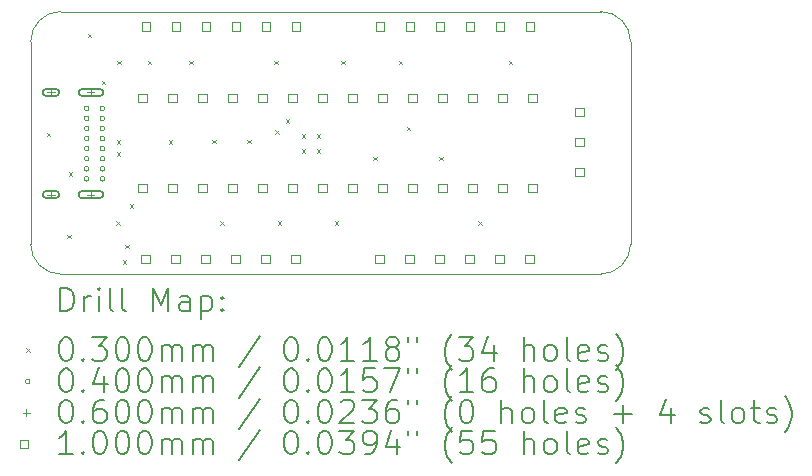
<source format=gbr>
%TF.GenerationSoftware,KiCad,Pcbnew,(6.0.7)*%
%TF.CreationDate,2022-12-19T16:29:39-08:00*%
%TF.ProjectId,Intermediary_revC_4layer,496e7465-726d-4656-9469-6172795f7265,rev?*%
%TF.SameCoordinates,Original*%
%TF.FileFunction,Drillmap*%
%TF.FilePolarity,Positive*%
%FSLAX45Y45*%
G04 Gerber Fmt 4.5, Leading zero omitted, Abs format (unit mm)*
G04 Created by KiCad (PCBNEW (6.0.7)) date 2022-12-19 16:29:39*
%MOMM*%
%LPD*%
G01*
G04 APERTURE LIST*
%ADD10C,0.100000*%
%ADD11C,0.200000*%
%ADD12C,0.030000*%
%ADD13C,0.040000*%
%ADD14C,0.060000*%
G04 APERTURE END LIST*
D10*
X16764000Y-10604500D02*
G75*
G03*
X17018000Y-10350500I0J254000D01*
G01*
X12192000Y-8382000D02*
G75*
G03*
X11938000Y-8636000I0J-254000D01*
G01*
X12192000Y-8382000D02*
X16764000Y-8382000D01*
X17018000Y-8636000D02*
G75*
G03*
X16764000Y-8382000I-254000J0D01*
G01*
X11938000Y-10350500D02*
X11938000Y-8636000D01*
X16764000Y-10604500D02*
X12192000Y-10604500D01*
X11938000Y-10350500D02*
G75*
G03*
X12192000Y-10604500I254000J0D01*
G01*
X17018000Y-8636000D02*
X17018000Y-10350500D01*
D11*
D12*
X12075400Y-9408400D02*
X12105400Y-9438400D01*
X12105400Y-9408400D02*
X12075400Y-9438400D01*
X12247520Y-10270060D02*
X12277520Y-10300060D01*
X12277520Y-10270060D02*
X12247520Y-10300060D01*
X12260830Y-9743670D02*
X12290830Y-9773670D01*
X12290830Y-9743670D02*
X12260830Y-9773670D01*
X12423380Y-8570200D02*
X12453380Y-8600200D01*
X12453380Y-8570200D02*
X12423380Y-8600200D01*
X12540220Y-8966440D02*
X12570220Y-8996440D01*
X12570220Y-8966440D02*
X12540220Y-8996440D01*
X12665070Y-10157693D02*
X12695070Y-10187693D01*
X12695070Y-10157693D02*
X12665070Y-10187693D01*
X12665258Y-9573865D02*
X12695258Y-9603865D01*
X12695258Y-9573865D02*
X12665258Y-9603865D01*
X12667620Y-9471900D02*
X12697620Y-9501900D01*
X12697620Y-9471900D02*
X12667620Y-9501900D01*
X12672300Y-8798800D02*
X12702300Y-8828800D01*
X12702300Y-8798800D02*
X12672300Y-8828800D01*
X12717970Y-10487900D02*
X12747970Y-10517900D01*
X12747970Y-10487900D02*
X12717970Y-10517900D01*
X12739162Y-10356642D02*
X12769162Y-10386642D01*
X12769162Y-10356642D02*
X12739162Y-10386642D01*
X12776440Y-10015460D02*
X12806440Y-10045460D01*
X12806440Y-10015460D02*
X12776440Y-10045460D01*
X12928840Y-8798800D02*
X12958840Y-8828800D01*
X12958840Y-8798800D02*
X12928840Y-8828800D01*
X13107040Y-9471500D02*
X13137040Y-9501500D01*
X13137040Y-9471500D02*
X13107040Y-9501500D01*
X13281900Y-8798800D02*
X13311900Y-8828800D01*
X13311900Y-8798800D02*
X13281900Y-8828800D01*
X13477300Y-9467000D02*
X13507300Y-9497000D01*
X13507300Y-9467000D02*
X13477300Y-9497000D01*
X13543520Y-10157700D02*
X13573520Y-10187700D01*
X13573520Y-10157700D02*
X13543520Y-10187700D01*
X13772120Y-9466820D02*
X13802120Y-9496820D01*
X13802120Y-9466820D02*
X13772120Y-9496820D01*
X14000720Y-8798800D02*
X14030720Y-8828800D01*
X14030720Y-8798800D02*
X14000720Y-8828800D01*
X14008340Y-9385540D02*
X14038340Y-9415540D01*
X14038340Y-9385540D02*
X14008340Y-9415540D01*
X14028660Y-10157700D02*
X14058660Y-10187700D01*
X14058660Y-10157700D02*
X14028660Y-10187700D01*
X14099780Y-9291560D02*
X14129780Y-9321560D01*
X14129780Y-9291560D02*
X14099780Y-9321560D01*
X14234400Y-9421100D02*
X14264400Y-9451100D01*
X14264400Y-9421100D02*
X14234400Y-9451100D01*
X14234400Y-9548100D02*
X14264400Y-9578100D01*
X14264400Y-9548100D02*
X14234400Y-9578100D01*
X14361400Y-9421100D02*
X14391400Y-9451100D01*
X14391400Y-9421100D02*
X14361400Y-9451100D01*
X14361400Y-9548100D02*
X14391400Y-9578100D01*
X14391400Y-9548100D02*
X14361400Y-9578100D01*
X14513800Y-10155160D02*
X14543800Y-10185160D01*
X14543800Y-10155160D02*
X14513800Y-10185160D01*
X14569680Y-8798800D02*
X14599680Y-8828800D01*
X14599680Y-8798800D02*
X14569680Y-8828800D01*
X14838920Y-9611600D02*
X14868920Y-9641600D01*
X14868920Y-9611600D02*
X14838920Y-9641600D01*
X15054820Y-8798800D02*
X15084820Y-8828800D01*
X15084820Y-8798800D02*
X15054820Y-8828800D01*
X15120860Y-9357600D02*
X15150860Y-9387600D01*
X15150860Y-9357600D02*
X15120860Y-9387600D01*
X15397720Y-9611600D02*
X15427720Y-9641600D01*
X15427720Y-9611600D02*
X15397720Y-9641600D01*
X15727920Y-10157700D02*
X15757920Y-10187700D01*
X15757920Y-10157700D02*
X15727920Y-10187700D01*
X15987000Y-8798800D02*
X16017000Y-8828800D01*
X16017000Y-8798800D02*
X15987000Y-8828800D01*
D13*
X12431540Y-9202100D02*
G75*
G03*
X12431540Y-9202100I-20000J0D01*
G01*
X12431540Y-9287100D02*
G75*
G03*
X12431540Y-9287100I-20000J0D01*
G01*
X12431540Y-9372100D02*
G75*
G03*
X12431540Y-9372100I-20000J0D01*
G01*
X12431540Y-9457100D02*
G75*
G03*
X12431540Y-9457100I-20000J0D01*
G01*
X12431540Y-9542100D02*
G75*
G03*
X12431540Y-9542100I-20000J0D01*
G01*
X12431540Y-9627100D02*
G75*
G03*
X12431540Y-9627100I-20000J0D01*
G01*
X12431540Y-9712100D02*
G75*
G03*
X12431540Y-9712100I-20000J0D01*
G01*
X12431540Y-9797100D02*
G75*
G03*
X12431540Y-9797100I-20000J0D01*
G01*
X12566540Y-9202100D02*
G75*
G03*
X12566540Y-9202100I-20000J0D01*
G01*
X12566540Y-9287100D02*
G75*
G03*
X12566540Y-9287100I-20000J0D01*
G01*
X12566540Y-9372100D02*
G75*
G03*
X12566540Y-9372100I-20000J0D01*
G01*
X12566540Y-9457100D02*
G75*
G03*
X12566540Y-9457100I-20000J0D01*
G01*
X12566540Y-9542100D02*
G75*
G03*
X12566540Y-9542100I-20000J0D01*
G01*
X12566540Y-9627100D02*
G75*
G03*
X12566540Y-9627100I-20000J0D01*
G01*
X12566540Y-9712100D02*
G75*
G03*
X12566540Y-9712100I-20000J0D01*
G01*
X12566540Y-9797100D02*
G75*
G03*
X12566540Y-9797100I-20000J0D01*
G01*
D14*
X12110540Y-9037100D02*
X12110540Y-9097100D01*
X12080540Y-9067100D02*
X12140540Y-9067100D01*
D11*
X12150540Y-9037100D02*
X12070540Y-9037100D01*
X12150540Y-9097100D02*
X12070540Y-9097100D01*
X12070540Y-9037100D02*
G75*
G03*
X12070540Y-9097100I0J-30000D01*
G01*
X12150540Y-9097100D02*
G75*
G03*
X12150540Y-9037100I0J30000D01*
G01*
D14*
X12110540Y-9902100D02*
X12110540Y-9962100D01*
X12080540Y-9932100D02*
X12140540Y-9932100D01*
D11*
X12150540Y-9902100D02*
X12070540Y-9902100D01*
X12150540Y-9962100D02*
X12070540Y-9962100D01*
X12070540Y-9902100D02*
G75*
G03*
X12070540Y-9962100I0J-30000D01*
G01*
X12150540Y-9962100D02*
G75*
G03*
X12150540Y-9902100I0J30000D01*
G01*
D14*
X12448540Y-9037100D02*
X12448540Y-9097100D01*
X12418540Y-9067100D02*
X12478540Y-9067100D01*
D11*
X12523540Y-9037100D02*
X12373540Y-9037100D01*
X12523540Y-9097100D02*
X12373540Y-9097100D01*
X12373540Y-9037100D02*
G75*
G03*
X12373540Y-9097100I0J-30000D01*
G01*
X12523540Y-9097100D02*
G75*
G03*
X12523540Y-9037100I0J30000D01*
G01*
D14*
X12448540Y-9902100D02*
X12448540Y-9962100D01*
X12418540Y-9932100D02*
X12478540Y-9932100D01*
D11*
X12523540Y-9902100D02*
X12373540Y-9902100D01*
X12523540Y-9962100D02*
X12373540Y-9962100D01*
X12373540Y-9902100D02*
G75*
G03*
X12373540Y-9962100I0J-30000D01*
G01*
X12523540Y-9962100D02*
G75*
G03*
X12523540Y-9902100I0J30000D01*
G01*
D10*
X12921176Y-9149806D02*
X12921176Y-9079094D01*
X12850464Y-9079094D01*
X12850464Y-9149806D01*
X12921176Y-9149806D01*
X12921176Y-9911806D02*
X12921176Y-9841094D01*
X12850464Y-9841094D01*
X12850464Y-9911806D01*
X12921176Y-9911806D01*
X12946576Y-10512856D02*
X12946576Y-10442144D01*
X12875864Y-10442144D01*
X12875864Y-10512856D01*
X12946576Y-10512856D01*
X12949076Y-8544356D02*
X12949076Y-8473644D01*
X12878364Y-8473644D01*
X12878364Y-8544356D01*
X12949076Y-8544356D01*
X13175176Y-9149806D02*
X13175176Y-9079094D01*
X13104464Y-9079094D01*
X13104464Y-9149806D01*
X13175176Y-9149806D01*
X13175176Y-9911806D02*
X13175176Y-9841094D01*
X13104464Y-9841094D01*
X13104464Y-9911806D01*
X13175176Y-9911806D01*
X13200576Y-10512856D02*
X13200576Y-10442144D01*
X13129864Y-10442144D01*
X13129864Y-10512856D01*
X13200576Y-10512856D01*
X13203076Y-8544356D02*
X13203076Y-8473644D01*
X13132364Y-8473644D01*
X13132364Y-8544356D01*
X13203076Y-8544356D01*
X13429176Y-9149806D02*
X13429176Y-9079094D01*
X13358464Y-9079094D01*
X13358464Y-9149806D01*
X13429176Y-9149806D01*
X13429176Y-9911806D02*
X13429176Y-9841094D01*
X13358464Y-9841094D01*
X13358464Y-9911806D01*
X13429176Y-9911806D01*
X13454576Y-10512856D02*
X13454576Y-10442144D01*
X13383864Y-10442144D01*
X13383864Y-10512856D01*
X13454576Y-10512856D01*
X13457076Y-8544356D02*
X13457076Y-8473644D01*
X13386364Y-8473644D01*
X13386364Y-8544356D01*
X13457076Y-8544356D01*
X13683176Y-9149806D02*
X13683176Y-9079094D01*
X13612464Y-9079094D01*
X13612464Y-9149806D01*
X13683176Y-9149806D01*
X13683176Y-9911806D02*
X13683176Y-9841094D01*
X13612464Y-9841094D01*
X13612464Y-9911806D01*
X13683176Y-9911806D01*
X13708576Y-10512856D02*
X13708576Y-10442144D01*
X13637864Y-10442144D01*
X13637864Y-10512856D01*
X13708576Y-10512856D01*
X13711076Y-8544356D02*
X13711076Y-8473644D01*
X13640364Y-8473644D01*
X13640364Y-8544356D01*
X13711076Y-8544356D01*
X13937176Y-9149806D02*
X13937176Y-9079094D01*
X13866464Y-9079094D01*
X13866464Y-9149806D01*
X13937176Y-9149806D01*
X13937176Y-9911806D02*
X13937176Y-9841094D01*
X13866464Y-9841094D01*
X13866464Y-9911806D01*
X13937176Y-9911806D01*
X13962576Y-10512856D02*
X13962576Y-10442144D01*
X13891864Y-10442144D01*
X13891864Y-10512856D01*
X13962576Y-10512856D01*
X13965076Y-8544356D02*
X13965076Y-8473644D01*
X13894364Y-8473644D01*
X13894364Y-8544356D01*
X13965076Y-8544356D01*
X14191176Y-9149806D02*
X14191176Y-9079094D01*
X14120464Y-9079094D01*
X14120464Y-9149806D01*
X14191176Y-9149806D01*
X14191176Y-9911806D02*
X14191176Y-9841094D01*
X14120464Y-9841094D01*
X14120464Y-9911806D01*
X14191176Y-9911806D01*
X14216576Y-10512856D02*
X14216576Y-10442144D01*
X14145864Y-10442144D01*
X14145864Y-10512856D01*
X14216576Y-10512856D01*
X14219076Y-8544356D02*
X14219076Y-8473644D01*
X14148364Y-8473644D01*
X14148364Y-8544356D01*
X14219076Y-8544356D01*
X14445176Y-9149806D02*
X14445176Y-9079094D01*
X14374464Y-9079094D01*
X14374464Y-9149806D01*
X14445176Y-9149806D01*
X14445176Y-9911806D02*
X14445176Y-9841094D01*
X14374464Y-9841094D01*
X14374464Y-9911806D01*
X14445176Y-9911806D01*
X14699176Y-9149806D02*
X14699176Y-9079094D01*
X14628464Y-9079094D01*
X14628464Y-9149806D01*
X14699176Y-9149806D01*
X14699176Y-9911806D02*
X14699176Y-9841094D01*
X14628464Y-9841094D01*
X14628464Y-9911806D01*
X14699176Y-9911806D01*
X14927776Y-10512856D02*
X14927776Y-10442144D01*
X14857064Y-10442144D01*
X14857064Y-10512856D01*
X14927776Y-10512856D01*
X14930276Y-8544356D02*
X14930276Y-8473644D01*
X14859564Y-8473644D01*
X14859564Y-8544356D01*
X14930276Y-8544356D01*
X14953176Y-9149806D02*
X14953176Y-9079094D01*
X14882464Y-9079094D01*
X14882464Y-9149806D01*
X14953176Y-9149806D01*
X14953176Y-9911806D02*
X14953176Y-9841094D01*
X14882464Y-9841094D01*
X14882464Y-9911806D01*
X14953176Y-9911806D01*
X15181776Y-10512856D02*
X15181776Y-10442144D01*
X15111064Y-10442144D01*
X15111064Y-10512856D01*
X15181776Y-10512856D01*
X15184276Y-8544356D02*
X15184276Y-8473644D01*
X15113564Y-8473644D01*
X15113564Y-8544356D01*
X15184276Y-8544356D01*
X15207176Y-9149806D02*
X15207176Y-9079094D01*
X15136464Y-9079094D01*
X15136464Y-9149806D01*
X15207176Y-9149806D01*
X15207176Y-9911806D02*
X15207176Y-9841094D01*
X15136464Y-9841094D01*
X15136464Y-9911806D01*
X15207176Y-9911806D01*
X15435776Y-10512856D02*
X15435776Y-10442144D01*
X15365064Y-10442144D01*
X15365064Y-10512856D01*
X15435776Y-10512856D01*
X15438276Y-8544356D02*
X15438276Y-8473644D01*
X15367564Y-8473644D01*
X15367564Y-8544356D01*
X15438276Y-8544356D01*
X15461176Y-9149806D02*
X15461176Y-9079094D01*
X15390464Y-9079094D01*
X15390464Y-9149806D01*
X15461176Y-9149806D01*
X15461176Y-9911806D02*
X15461176Y-9841094D01*
X15390464Y-9841094D01*
X15390464Y-9911806D01*
X15461176Y-9911806D01*
X15689776Y-10512856D02*
X15689776Y-10442144D01*
X15619064Y-10442144D01*
X15619064Y-10512856D01*
X15689776Y-10512856D01*
X15692276Y-8544356D02*
X15692276Y-8473644D01*
X15621564Y-8473644D01*
X15621564Y-8544356D01*
X15692276Y-8544356D01*
X15715176Y-9149806D02*
X15715176Y-9079094D01*
X15644464Y-9079094D01*
X15644464Y-9149806D01*
X15715176Y-9149806D01*
X15715176Y-9911806D02*
X15715176Y-9841094D01*
X15644464Y-9841094D01*
X15644464Y-9911806D01*
X15715176Y-9911806D01*
X15943776Y-10512856D02*
X15943776Y-10442144D01*
X15873064Y-10442144D01*
X15873064Y-10512856D01*
X15943776Y-10512856D01*
X15946276Y-8544356D02*
X15946276Y-8473644D01*
X15875564Y-8473644D01*
X15875564Y-8544356D01*
X15946276Y-8544356D01*
X15969176Y-9149806D02*
X15969176Y-9079094D01*
X15898464Y-9079094D01*
X15898464Y-9149806D01*
X15969176Y-9149806D01*
X15969176Y-9911806D02*
X15969176Y-9841094D01*
X15898464Y-9841094D01*
X15898464Y-9911806D01*
X15969176Y-9911806D01*
X16197776Y-10512856D02*
X16197776Y-10442144D01*
X16127064Y-10442144D01*
X16127064Y-10512856D01*
X16197776Y-10512856D01*
X16200276Y-8544356D02*
X16200276Y-8473644D01*
X16129564Y-8473644D01*
X16129564Y-8544356D01*
X16200276Y-8544356D01*
X16223176Y-9149806D02*
X16223176Y-9079094D01*
X16152464Y-9079094D01*
X16152464Y-9149806D01*
X16223176Y-9149806D01*
X16223176Y-9911806D02*
X16223176Y-9841094D01*
X16152464Y-9841094D01*
X16152464Y-9911806D01*
X16223176Y-9911806D01*
X16621556Y-9266756D02*
X16621556Y-9196044D01*
X16550844Y-9196044D01*
X16550844Y-9266756D01*
X16621556Y-9266756D01*
X16621556Y-9520756D02*
X16621556Y-9450044D01*
X16550844Y-9450044D01*
X16550844Y-9520756D01*
X16621556Y-9520756D01*
X16621556Y-9774756D02*
X16621556Y-9704044D01*
X16550844Y-9704044D01*
X16550844Y-9774756D01*
X16621556Y-9774756D01*
D11*
X12190619Y-10919976D02*
X12190619Y-10719976D01*
X12238238Y-10719976D01*
X12266809Y-10729500D01*
X12285857Y-10748548D01*
X12295381Y-10767595D01*
X12304905Y-10805690D01*
X12304905Y-10834262D01*
X12295381Y-10872357D01*
X12285857Y-10891405D01*
X12266809Y-10910452D01*
X12238238Y-10919976D01*
X12190619Y-10919976D01*
X12390619Y-10919976D02*
X12390619Y-10786643D01*
X12390619Y-10824738D02*
X12400143Y-10805690D01*
X12409667Y-10796167D01*
X12428714Y-10786643D01*
X12447762Y-10786643D01*
X12514428Y-10919976D02*
X12514428Y-10786643D01*
X12514428Y-10719976D02*
X12504905Y-10729500D01*
X12514428Y-10739024D01*
X12523952Y-10729500D01*
X12514428Y-10719976D01*
X12514428Y-10739024D01*
X12638238Y-10919976D02*
X12619190Y-10910452D01*
X12609667Y-10891405D01*
X12609667Y-10719976D01*
X12743000Y-10919976D02*
X12723952Y-10910452D01*
X12714428Y-10891405D01*
X12714428Y-10719976D01*
X12971571Y-10919976D02*
X12971571Y-10719976D01*
X13038238Y-10862833D01*
X13104905Y-10719976D01*
X13104905Y-10919976D01*
X13285857Y-10919976D02*
X13285857Y-10815214D01*
X13276333Y-10796167D01*
X13257286Y-10786643D01*
X13219190Y-10786643D01*
X13200143Y-10796167D01*
X13285857Y-10910452D02*
X13266809Y-10919976D01*
X13219190Y-10919976D01*
X13200143Y-10910452D01*
X13190619Y-10891405D01*
X13190619Y-10872357D01*
X13200143Y-10853310D01*
X13219190Y-10843786D01*
X13266809Y-10843786D01*
X13285857Y-10834262D01*
X13381095Y-10786643D02*
X13381095Y-10986643D01*
X13381095Y-10796167D02*
X13400143Y-10786643D01*
X13438238Y-10786643D01*
X13457286Y-10796167D01*
X13466809Y-10805690D01*
X13476333Y-10824738D01*
X13476333Y-10881881D01*
X13466809Y-10900929D01*
X13457286Y-10910452D01*
X13438238Y-10919976D01*
X13400143Y-10919976D01*
X13381095Y-10910452D01*
X13562048Y-10900929D02*
X13571571Y-10910452D01*
X13562048Y-10919976D01*
X13552524Y-10910452D01*
X13562048Y-10900929D01*
X13562048Y-10919976D01*
X13562048Y-10796167D02*
X13571571Y-10805690D01*
X13562048Y-10815214D01*
X13552524Y-10805690D01*
X13562048Y-10796167D01*
X13562048Y-10815214D01*
D12*
X11903000Y-11234500D02*
X11933000Y-11264500D01*
X11933000Y-11234500D02*
X11903000Y-11264500D01*
D11*
X12228714Y-11139976D02*
X12247762Y-11139976D01*
X12266809Y-11149500D01*
X12276333Y-11159024D01*
X12285857Y-11178071D01*
X12295381Y-11216167D01*
X12295381Y-11263786D01*
X12285857Y-11301881D01*
X12276333Y-11320928D01*
X12266809Y-11330452D01*
X12247762Y-11339976D01*
X12228714Y-11339976D01*
X12209667Y-11330452D01*
X12200143Y-11320928D01*
X12190619Y-11301881D01*
X12181095Y-11263786D01*
X12181095Y-11216167D01*
X12190619Y-11178071D01*
X12200143Y-11159024D01*
X12209667Y-11149500D01*
X12228714Y-11139976D01*
X12381095Y-11320928D02*
X12390619Y-11330452D01*
X12381095Y-11339976D01*
X12371571Y-11330452D01*
X12381095Y-11320928D01*
X12381095Y-11339976D01*
X12457286Y-11139976D02*
X12581095Y-11139976D01*
X12514428Y-11216167D01*
X12543000Y-11216167D01*
X12562048Y-11225690D01*
X12571571Y-11235214D01*
X12581095Y-11254262D01*
X12581095Y-11301881D01*
X12571571Y-11320928D01*
X12562048Y-11330452D01*
X12543000Y-11339976D01*
X12485857Y-11339976D01*
X12466809Y-11330452D01*
X12457286Y-11320928D01*
X12704905Y-11139976D02*
X12723952Y-11139976D01*
X12743000Y-11149500D01*
X12752524Y-11159024D01*
X12762048Y-11178071D01*
X12771571Y-11216167D01*
X12771571Y-11263786D01*
X12762048Y-11301881D01*
X12752524Y-11320928D01*
X12743000Y-11330452D01*
X12723952Y-11339976D01*
X12704905Y-11339976D01*
X12685857Y-11330452D01*
X12676333Y-11320928D01*
X12666809Y-11301881D01*
X12657286Y-11263786D01*
X12657286Y-11216167D01*
X12666809Y-11178071D01*
X12676333Y-11159024D01*
X12685857Y-11149500D01*
X12704905Y-11139976D01*
X12895381Y-11139976D02*
X12914428Y-11139976D01*
X12933476Y-11149500D01*
X12943000Y-11159024D01*
X12952524Y-11178071D01*
X12962048Y-11216167D01*
X12962048Y-11263786D01*
X12952524Y-11301881D01*
X12943000Y-11320928D01*
X12933476Y-11330452D01*
X12914428Y-11339976D01*
X12895381Y-11339976D01*
X12876333Y-11330452D01*
X12866809Y-11320928D01*
X12857286Y-11301881D01*
X12847762Y-11263786D01*
X12847762Y-11216167D01*
X12857286Y-11178071D01*
X12866809Y-11159024D01*
X12876333Y-11149500D01*
X12895381Y-11139976D01*
X13047762Y-11339976D02*
X13047762Y-11206643D01*
X13047762Y-11225690D02*
X13057286Y-11216167D01*
X13076333Y-11206643D01*
X13104905Y-11206643D01*
X13123952Y-11216167D01*
X13133476Y-11235214D01*
X13133476Y-11339976D01*
X13133476Y-11235214D02*
X13143000Y-11216167D01*
X13162048Y-11206643D01*
X13190619Y-11206643D01*
X13209667Y-11216167D01*
X13219190Y-11235214D01*
X13219190Y-11339976D01*
X13314428Y-11339976D02*
X13314428Y-11206643D01*
X13314428Y-11225690D02*
X13323952Y-11216167D01*
X13343000Y-11206643D01*
X13371571Y-11206643D01*
X13390619Y-11216167D01*
X13400143Y-11235214D01*
X13400143Y-11339976D01*
X13400143Y-11235214D02*
X13409667Y-11216167D01*
X13428714Y-11206643D01*
X13457286Y-11206643D01*
X13476333Y-11216167D01*
X13485857Y-11235214D01*
X13485857Y-11339976D01*
X13876333Y-11130452D02*
X13704905Y-11387595D01*
X14133476Y-11139976D02*
X14152524Y-11139976D01*
X14171571Y-11149500D01*
X14181095Y-11159024D01*
X14190619Y-11178071D01*
X14200143Y-11216167D01*
X14200143Y-11263786D01*
X14190619Y-11301881D01*
X14181095Y-11320928D01*
X14171571Y-11330452D01*
X14152524Y-11339976D01*
X14133476Y-11339976D01*
X14114428Y-11330452D01*
X14104905Y-11320928D01*
X14095381Y-11301881D01*
X14085857Y-11263786D01*
X14085857Y-11216167D01*
X14095381Y-11178071D01*
X14104905Y-11159024D01*
X14114428Y-11149500D01*
X14133476Y-11139976D01*
X14285857Y-11320928D02*
X14295381Y-11330452D01*
X14285857Y-11339976D01*
X14276333Y-11330452D01*
X14285857Y-11320928D01*
X14285857Y-11339976D01*
X14419190Y-11139976D02*
X14438238Y-11139976D01*
X14457286Y-11149500D01*
X14466809Y-11159024D01*
X14476333Y-11178071D01*
X14485857Y-11216167D01*
X14485857Y-11263786D01*
X14476333Y-11301881D01*
X14466809Y-11320928D01*
X14457286Y-11330452D01*
X14438238Y-11339976D01*
X14419190Y-11339976D01*
X14400143Y-11330452D01*
X14390619Y-11320928D01*
X14381095Y-11301881D01*
X14371571Y-11263786D01*
X14371571Y-11216167D01*
X14381095Y-11178071D01*
X14390619Y-11159024D01*
X14400143Y-11149500D01*
X14419190Y-11139976D01*
X14676333Y-11339976D02*
X14562048Y-11339976D01*
X14619190Y-11339976D02*
X14619190Y-11139976D01*
X14600143Y-11168548D01*
X14581095Y-11187595D01*
X14562048Y-11197119D01*
X14866809Y-11339976D02*
X14752524Y-11339976D01*
X14809667Y-11339976D02*
X14809667Y-11139976D01*
X14790619Y-11168548D01*
X14771571Y-11187595D01*
X14752524Y-11197119D01*
X14981095Y-11225690D02*
X14962048Y-11216167D01*
X14952524Y-11206643D01*
X14943000Y-11187595D01*
X14943000Y-11178071D01*
X14952524Y-11159024D01*
X14962048Y-11149500D01*
X14981095Y-11139976D01*
X15019190Y-11139976D01*
X15038238Y-11149500D01*
X15047762Y-11159024D01*
X15057286Y-11178071D01*
X15057286Y-11187595D01*
X15047762Y-11206643D01*
X15038238Y-11216167D01*
X15019190Y-11225690D01*
X14981095Y-11225690D01*
X14962048Y-11235214D01*
X14952524Y-11244738D01*
X14943000Y-11263786D01*
X14943000Y-11301881D01*
X14952524Y-11320928D01*
X14962048Y-11330452D01*
X14981095Y-11339976D01*
X15019190Y-11339976D01*
X15038238Y-11330452D01*
X15047762Y-11320928D01*
X15057286Y-11301881D01*
X15057286Y-11263786D01*
X15047762Y-11244738D01*
X15038238Y-11235214D01*
X15019190Y-11225690D01*
X15133476Y-11139976D02*
X15133476Y-11178071D01*
X15209667Y-11139976D02*
X15209667Y-11178071D01*
X15504905Y-11416167D02*
X15495381Y-11406643D01*
X15476333Y-11378071D01*
X15466809Y-11359024D01*
X15457286Y-11330452D01*
X15447762Y-11282833D01*
X15447762Y-11244738D01*
X15457286Y-11197119D01*
X15466809Y-11168548D01*
X15476333Y-11149500D01*
X15495381Y-11120929D01*
X15504905Y-11111405D01*
X15562048Y-11139976D02*
X15685857Y-11139976D01*
X15619190Y-11216167D01*
X15647762Y-11216167D01*
X15666809Y-11225690D01*
X15676333Y-11235214D01*
X15685857Y-11254262D01*
X15685857Y-11301881D01*
X15676333Y-11320928D01*
X15666809Y-11330452D01*
X15647762Y-11339976D01*
X15590619Y-11339976D01*
X15571571Y-11330452D01*
X15562048Y-11320928D01*
X15857286Y-11206643D02*
X15857286Y-11339976D01*
X15809667Y-11130452D02*
X15762048Y-11273309D01*
X15885857Y-11273309D01*
X16114428Y-11339976D02*
X16114428Y-11139976D01*
X16200143Y-11339976D02*
X16200143Y-11235214D01*
X16190619Y-11216167D01*
X16171571Y-11206643D01*
X16143000Y-11206643D01*
X16123952Y-11216167D01*
X16114428Y-11225690D01*
X16323952Y-11339976D02*
X16304905Y-11330452D01*
X16295381Y-11320928D01*
X16285857Y-11301881D01*
X16285857Y-11244738D01*
X16295381Y-11225690D01*
X16304905Y-11216167D01*
X16323952Y-11206643D01*
X16352524Y-11206643D01*
X16371571Y-11216167D01*
X16381095Y-11225690D01*
X16390619Y-11244738D01*
X16390619Y-11301881D01*
X16381095Y-11320928D01*
X16371571Y-11330452D01*
X16352524Y-11339976D01*
X16323952Y-11339976D01*
X16504905Y-11339976D02*
X16485857Y-11330452D01*
X16476333Y-11311405D01*
X16476333Y-11139976D01*
X16657286Y-11330452D02*
X16638238Y-11339976D01*
X16600143Y-11339976D01*
X16581095Y-11330452D01*
X16571571Y-11311405D01*
X16571571Y-11235214D01*
X16581095Y-11216167D01*
X16600143Y-11206643D01*
X16638238Y-11206643D01*
X16657286Y-11216167D01*
X16666809Y-11235214D01*
X16666809Y-11254262D01*
X16571571Y-11273309D01*
X16743000Y-11330452D02*
X16762048Y-11339976D01*
X16800143Y-11339976D01*
X16819190Y-11330452D01*
X16828714Y-11311405D01*
X16828714Y-11301881D01*
X16819190Y-11282833D01*
X16800143Y-11273309D01*
X16771571Y-11273309D01*
X16752524Y-11263786D01*
X16743000Y-11244738D01*
X16743000Y-11235214D01*
X16752524Y-11216167D01*
X16771571Y-11206643D01*
X16800143Y-11206643D01*
X16819190Y-11216167D01*
X16895381Y-11416167D02*
X16904905Y-11406643D01*
X16923952Y-11378071D01*
X16933476Y-11359024D01*
X16943000Y-11330452D01*
X16952524Y-11282833D01*
X16952524Y-11244738D01*
X16943000Y-11197119D01*
X16933476Y-11168548D01*
X16923952Y-11149500D01*
X16904905Y-11120929D01*
X16895381Y-11111405D01*
D13*
X11933000Y-11513500D02*
G75*
G03*
X11933000Y-11513500I-20000J0D01*
G01*
D11*
X12228714Y-11403976D02*
X12247762Y-11403976D01*
X12266809Y-11413500D01*
X12276333Y-11423024D01*
X12285857Y-11442071D01*
X12295381Y-11480167D01*
X12295381Y-11527786D01*
X12285857Y-11565881D01*
X12276333Y-11584928D01*
X12266809Y-11594452D01*
X12247762Y-11603976D01*
X12228714Y-11603976D01*
X12209667Y-11594452D01*
X12200143Y-11584928D01*
X12190619Y-11565881D01*
X12181095Y-11527786D01*
X12181095Y-11480167D01*
X12190619Y-11442071D01*
X12200143Y-11423024D01*
X12209667Y-11413500D01*
X12228714Y-11403976D01*
X12381095Y-11584928D02*
X12390619Y-11594452D01*
X12381095Y-11603976D01*
X12371571Y-11594452D01*
X12381095Y-11584928D01*
X12381095Y-11603976D01*
X12562048Y-11470643D02*
X12562048Y-11603976D01*
X12514428Y-11394452D02*
X12466809Y-11537309D01*
X12590619Y-11537309D01*
X12704905Y-11403976D02*
X12723952Y-11403976D01*
X12743000Y-11413500D01*
X12752524Y-11423024D01*
X12762048Y-11442071D01*
X12771571Y-11480167D01*
X12771571Y-11527786D01*
X12762048Y-11565881D01*
X12752524Y-11584928D01*
X12743000Y-11594452D01*
X12723952Y-11603976D01*
X12704905Y-11603976D01*
X12685857Y-11594452D01*
X12676333Y-11584928D01*
X12666809Y-11565881D01*
X12657286Y-11527786D01*
X12657286Y-11480167D01*
X12666809Y-11442071D01*
X12676333Y-11423024D01*
X12685857Y-11413500D01*
X12704905Y-11403976D01*
X12895381Y-11403976D02*
X12914428Y-11403976D01*
X12933476Y-11413500D01*
X12943000Y-11423024D01*
X12952524Y-11442071D01*
X12962048Y-11480167D01*
X12962048Y-11527786D01*
X12952524Y-11565881D01*
X12943000Y-11584928D01*
X12933476Y-11594452D01*
X12914428Y-11603976D01*
X12895381Y-11603976D01*
X12876333Y-11594452D01*
X12866809Y-11584928D01*
X12857286Y-11565881D01*
X12847762Y-11527786D01*
X12847762Y-11480167D01*
X12857286Y-11442071D01*
X12866809Y-11423024D01*
X12876333Y-11413500D01*
X12895381Y-11403976D01*
X13047762Y-11603976D02*
X13047762Y-11470643D01*
X13047762Y-11489690D02*
X13057286Y-11480167D01*
X13076333Y-11470643D01*
X13104905Y-11470643D01*
X13123952Y-11480167D01*
X13133476Y-11499214D01*
X13133476Y-11603976D01*
X13133476Y-11499214D02*
X13143000Y-11480167D01*
X13162048Y-11470643D01*
X13190619Y-11470643D01*
X13209667Y-11480167D01*
X13219190Y-11499214D01*
X13219190Y-11603976D01*
X13314428Y-11603976D02*
X13314428Y-11470643D01*
X13314428Y-11489690D02*
X13323952Y-11480167D01*
X13343000Y-11470643D01*
X13371571Y-11470643D01*
X13390619Y-11480167D01*
X13400143Y-11499214D01*
X13400143Y-11603976D01*
X13400143Y-11499214D02*
X13409667Y-11480167D01*
X13428714Y-11470643D01*
X13457286Y-11470643D01*
X13476333Y-11480167D01*
X13485857Y-11499214D01*
X13485857Y-11603976D01*
X13876333Y-11394452D02*
X13704905Y-11651595D01*
X14133476Y-11403976D02*
X14152524Y-11403976D01*
X14171571Y-11413500D01*
X14181095Y-11423024D01*
X14190619Y-11442071D01*
X14200143Y-11480167D01*
X14200143Y-11527786D01*
X14190619Y-11565881D01*
X14181095Y-11584928D01*
X14171571Y-11594452D01*
X14152524Y-11603976D01*
X14133476Y-11603976D01*
X14114428Y-11594452D01*
X14104905Y-11584928D01*
X14095381Y-11565881D01*
X14085857Y-11527786D01*
X14085857Y-11480167D01*
X14095381Y-11442071D01*
X14104905Y-11423024D01*
X14114428Y-11413500D01*
X14133476Y-11403976D01*
X14285857Y-11584928D02*
X14295381Y-11594452D01*
X14285857Y-11603976D01*
X14276333Y-11594452D01*
X14285857Y-11584928D01*
X14285857Y-11603976D01*
X14419190Y-11403976D02*
X14438238Y-11403976D01*
X14457286Y-11413500D01*
X14466809Y-11423024D01*
X14476333Y-11442071D01*
X14485857Y-11480167D01*
X14485857Y-11527786D01*
X14476333Y-11565881D01*
X14466809Y-11584928D01*
X14457286Y-11594452D01*
X14438238Y-11603976D01*
X14419190Y-11603976D01*
X14400143Y-11594452D01*
X14390619Y-11584928D01*
X14381095Y-11565881D01*
X14371571Y-11527786D01*
X14371571Y-11480167D01*
X14381095Y-11442071D01*
X14390619Y-11423024D01*
X14400143Y-11413500D01*
X14419190Y-11403976D01*
X14676333Y-11603976D02*
X14562048Y-11603976D01*
X14619190Y-11603976D02*
X14619190Y-11403976D01*
X14600143Y-11432548D01*
X14581095Y-11451595D01*
X14562048Y-11461119D01*
X14857286Y-11403976D02*
X14762048Y-11403976D01*
X14752524Y-11499214D01*
X14762048Y-11489690D01*
X14781095Y-11480167D01*
X14828714Y-11480167D01*
X14847762Y-11489690D01*
X14857286Y-11499214D01*
X14866809Y-11518262D01*
X14866809Y-11565881D01*
X14857286Y-11584928D01*
X14847762Y-11594452D01*
X14828714Y-11603976D01*
X14781095Y-11603976D01*
X14762048Y-11594452D01*
X14752524Y-11584928D01*
X14933476Y-11403976D02*
X15066809Y-11403976D01*
X14981095Y-11603976D01*
X15133476Y-11403976D02*
X15133476Y-11442071D01*
X15209667Y-11403976D02*
X15209667Y-11442071D01*
X15504905Y-11680167D02*
X15495381Y-11670643D01*
X15476333Y-11642071D01*
X15466809Y-11623024D01*
X15457286Y-11594452D01*
X15447762Y-11546833D01*
X15447762Y-11508738D01*
X15457286Y-11461119D01*
X15466809Y-11432548D01*
X15476333Y-11413500D01*
X15495381Y-11384928D01*
X15504905Y-11375405D01*
X15685857Y-11603976D02*
X15571571Y-11603976D01*
X15628714Y-11603976D02*
X15628714Y-11403976D01*
X15609667Y-11432548D01*
X15590619Y-11451595D01*
X15571571Y-11461119D01*
X15857286Y-11403976D02*
X15819190Y-11403976D01*
X15800143Y-11413500D01*
X15790619Y-11423024D01*
X15771571Y-11451595D01*
X15762048Y-11489690D01*
X15762048Y-11565881D01*
X15771571Y-11584928D01*
X15781095Y-11594452D01*
X15800143Y-11603976D01*
X15838238Y-11603976D01*
X15857286Y-11594452D01*
X15866809Y-11584928D01*
X15876333Y-11565881D01*
X15876333Y-11518262D01*
X15866809Y-11499214D01*
X15857286Y-11489690D01*
X15838238Y-11480167D01*
X15800143Y-11480167D01*
X15781095Y-11489690D01*
X15771571Y-11499214D01*
X15762048Y-11518262D01*
X16114428Y-11603976D02*
X16114428Y-11403976D01*
X16200143Y-11603976D02*
X16200143Y-11499214D01*
X16190619Y-11480167D01*
X16171571Y-11470643D01*
X16143000Y-11470643D01*
X16123952Y-11480167D01*
X16114428Y-11489690D01*
X16323952Y-11603976D02*
X16304905Y-11594452D01*
X16295381Y-11584928D01*
X16285857Y-11565881D01*
X16285857Y-11508738D01*
X16295381Y-11489690D01*
X16304905Y-11480167D01*
X16323952Y-11470643D01*
X16352524Y-11470643D01*
X16371571Y-11480167D01*
X16381095Y-11489690D01*
X16390619Y-11508738D01*
X16390619Y-11565881D01*
X16381095Y-11584928D01*
X16371571Y-11594452D01*
X16352524Y-11603976D01*
X16323952Y-11603976D01*
X16504905Y-11603976D02*
X16485857Y-11594452D01*
X16476333Y-11575405D01*
X16476333Y-11403976D01*
X16657286Y-11594452D02*
X16638238Y-11603976D01*
X16600143Y-11603976D01*
X16581095Y-11594452D01*
X16571571Y-11575405D01*
X16571571Y-11499214D01*
X16581095Y-11480167D01*
X16600143Y-11470643D01*
X16638238Y-11470643D01*
X16657286Y-11480167D01*
X16666809Y-11499214D01*
X16666809Y-11518262D01*
X16571571Y-11537309D01*
X16743000Y-11594452D02*
X16762048Y-11603976D01*
X16800143Y-11603976D01*
X16819190Y-11594452D01*
X16828714Y-11575405D01*
X16828714Y-11565881D01*
X16819190Y-11546833D01*
X16800143Y-11537309D01*
X16771571Y-11537309D01*
X16752524Y-11527786D01*
X16743000Y-11508738D01*
X16743000Y-11499214D01*
X16752524Y-11480167D01*
X16771571Y-11470643D01*
X16800143Y-11470643D01*
X16819190Y-11480167D01*
X16895381Y-11680167D02*
X16904905Y-11670643D01*
X16923952Y-11642071D01*
X16933476Y-11623024D01*
X16943000Y-11594452D01*
X16952524Y-11546833D01*
X16952524Y-11508738D01*
X16943000Y-11461119D01*
X16933476Y-11432548D01*
X16923952Y-11413500D01*
X16904905Y-11384928D01*
X16895381Y-11375405D01*
D14*
X11903000Y-11747500D02*
X11903000Y-11807500D01*
X11873000Y-11777500D02*
X11933000Y-11777500D01*
D11*
X12228714Y-11667976D02*
X12247762Y-11667976D01*
X12266809Y-11677500D01*
X12276333Y-11687024D01*
X12285857Y-11706071D01*
X12295381Y-11744167D01*
X12295381Y-11791786D01*
X12285857Y-11829881D01*
X12276333Y-11848928D01*
X12266809Y-11858452D01*
X12247762Y-11867976D01*
X12228714Y-11867976D01*
X12209667Y-11858452D01*
X12200143Y-11848928D01*
X12190619Y-11829881D01*
X12181095Y-11791786D01*
X12181095Y-11744167D01*
X12190619Y-11706071D01*
X12200143Y-11687024D01*
X12209667Y-11677500D01*
X12228714Y-11667976D01*
X12381095Y-11848928D02*
X12390619Y-11858452D01*
X12381095Y-11867976D01*
X12371571Y-11858452D01*
X12381095Y-11848928D01*
X12381095Y-11867976D01*
X12562048Y-11667976D02*
X12523952Y-11667976D01*
X12504905Y-11677500D01*
X12495381Y-11687024D01*
X12476333Y-11715595D01*
X12466809Y-11753690D01*
X12466809Y-11829881D01*
X12476333Y-11848928D01*
X12485857Y-11858452D01*
X12504905Y-11867976D01*
X12543000Y-11867976D01*
X12562048Y-11858452D01*
X12571571Y-11848928D01*
X12581095Y-11829881D01*
X12581095Y-11782262D01*
X12571571Y-11763214D01*
X12562048Y-11753690D01*
X12543000Y-11744167D01*
X12504905Y-11744167D01*
X12485857Y-11753690D01*
X12476333Y-11763214D01*
X12466809Y-11782262D01*
X12704905Y-11667976D02*
X12723952Y-11667976D01*
X12743000Y-11677500D01*
X12752524Y-11687024D01*
X12762048Y-11706071D01*
X12771571Y-11744167D01*
X12771571Y-11791786D01*
X12762048Y-11829881D01*
X12752524Y-11848928D01*
X12743000Y-11858452D01*
X12723952Y-11867976D01*
X12704905Y-11867976D01*
X12685857Y-11858452D01*
X12676333Y-11848928D01*
X12666809Y-11829881D01*
X12657286Y-11791786D01*
X12657286Y-11744167D01*
X12666809Y-11706071D01*
X12676333Y-11687024D01*
X12685857Y-11677500D01*
X12704905Y-11667976D01*
X12895381Y-11667976D02*
X12914428Y-11667976D01*
X12933476Y-11677500D01*
X12943000Y-11687024D01*
X12952524Y-11706071D01*
X12962048Y-11744167D01*
X12962048Y-11791786D01*
X12952524Y-11829881D01*
X12943000Y-11848928D01*
X12933476Y-11858452D01*
X12914428Y-11867976D01*
X12895381Y-11867976D01*
X12876333Y-11858452D01*
X12866809Y-11848928D01*
X12857286Y-11829881D01*
X12847762Y-11791786D01*
X12847762Y-11744167D01*
X12857286Y-11706071D01*
X12866809Y-11687024D01*
X12876333Y-11677500D01*
X12895381Y-11667976D01*
X13047762Y-11867976D02*
X13047762Y-11734643D01*
X13047762Y-11753690D02*
X13057286Y-11744167D01*
X13076333Y-11734643D01*
X13104905Y-11734643D01*
X13123952Y-11744167D01*
X13133476Y-11763214D01*
X13133476Y-11867976D01*
X13133476Y-11763214D02*
X13143000Y-11744167D01*
X13162048Y-11734643D01*
X13190619Y-11734643D01*
X13209667Y-11744167D01*
X13219190Y-11763214D01*
X13219190Y-11867976D01*
X13314428Y-11867976D02*
X13314428Y-11734643D01*
X13314428Y-11753690D02*
X13323952Y-11744167D01*
X13343000Y-11734643D01*
X13371571Y-11734643D01*
X13390619Y-11744167D01*
X13400143Y-11763214D01*
X13400143Y-11867976D01*
X13400143Y-11763214D02*
X13409667Y-11744167D01*
X13428714Y-11734643D01*
X13457286Y-11734643D01*
X13476333Y-11744167D01*
X13485857Y-11763214D01*
X13485857Y-11867976D01*
X13876333Y-11658452D02*
X13704905Y-11915595D01*
X14133476Y-11667976D02*
X14152524Y-11667976D01*
X14171571Y-11677500D01*
X14181095Y-11687024D01*
X14190619Y-11706071D01*
X14200143Y-11744167D01*
X14200143Y-11791786D01*
X14190619Y-11829881D01*
X14181095Y-11848928D01*
X14171571Y-11858452D01*
X14152524Y-11867976D01*
X14133476Y-11867976D01*
X14114428Y-11858452D01*
X14104905Y-11848928D01*
X14095381Y-11829881D01*
X14085857Y-11791786D01*
X14085857Y-11744167D01*
X14095381Y-11706071D01*
X14104905Y-11687024D01*
X14114428Y-11677500D01*
X14133476Y-11667976D01*
X14285857Y-11848928D02*
X14295381Y-11858452D01*
X14285857Y-11867976D01*
X14276333Y-11858452D01*
X14285857Y-11848928D01*
X14285857Y-11867976D01*
X14419190Y-11667976D02*
X14438238Y-11667976D01*
X14457286Y-11677500D01*
X14466809Y-11687024D01*
X14476333Y-11706071D01*
X14485857Y-11744167D01*
X14485857Y-11791786D01*
X14476333Y-11829881D01*
X14466809Y-11848928D01*
X14457286Y-11858452D01*
X14438238Y-11867976D01*
X14419190Y-11867976D01*
X14400143Y-11858452D01*
X14390619Y-11848928D01*
X14381095Y-11829881D01*
X14371571Y-11791786D01*
X14371571Y-11744167D01*
X14381095Y-11706071D01*
X14390619Y-11687024D01*
X14400143Y-11677500D01*
X14419190Y-11667976D01*
X14562048Y-11687024D02*
X14571571Y-11677500D01*
X14590619Y-11667976D01*
X14638238Y-11667976D01*
X14657286Y-11677500D01*
X14666809Y-11687024D01*
X14676333Y-11706071D01*
X14676333Y-11725119D01*
X14666809Y-11753690D01*
X14552524Y-11867976D01*
X14676333Y-11867976D01*
X14743000Y-11667976D02*
X14866809Y-11667976D01*
X14800143Y-11744167D01*
X14828714Y-11744167D01*
X14847762Y-11753690D01*
X14857286Y-11763214D01*
X14866809Y-11782262D01*
X14866809Y-11829881D01*
X14857286Y-11848928D01*
X14847762Y-11858452D01*
X14828714Y-11867976D01*
X14771571Y-11867976D01*
X14752524Y-11858452D01*
X14743000Y-11848928D01*
X15038238Y-11667976D02*
X15000143Y-11667976D01*
X14981095Y-11677500D01*
X14971571Y-11687024D01*
X14952524Y-11715595D01*
X14943000Y-11753690D01*
X14943000Y-11829881D01*
X14952524Y-11848928D01*
X14962048Y-11858452D01*
X14981095Y-11867976D01*
X15019190Y-11867976D01*
X15038238Y-11858452D01*
X15047762Y-11848928D01*
X15057286Y-11829881D01*
X15057286Y-11782262D01*
X15047762Y-11763214D01*
X15038238Y-11753690D01*
X15019190Y-11744167D01*
X14981095Y-11744167D01*
X14962048Y-11753690D01*
X14952524Y-11763214D01*
X14943000Y-11782262D01*
X15133476Y-11667976D02*
X15133476Y-11706071D01*
X15209667Y-11667976D02*
X15209667Y-11706071D01*
X15504905Y-11944167D02*
X15495381Y-11934643D01*
X15476333Y-11906071D01*
X15466809Y-11887024D01*
X15457286Y-11858452D01*
X15447762Y-11810833D01*
X15447762Y-11772738D01*
X15457286Y-11725119D01*
X15466809Y-11696548D01*
X15476333Y-11677500D01*
X15495381Y-11648928D01*
X15504905Y-11639405D01*
X15619190Y-11667976D02*
X15638238Y-11667976D01*
X15657286Y-11677500D01*
X15666809Y-11687024D01*
X15676333Y-11706071D01*
X15685857Y-11744167D01*
X15685857Y-11791786D01*
X15676333Y-11829881D01*
X15666809Y-11848928D01*
X15657286Y-11858452D01*
X15638238Y-11867976D01*
X15619190Y-11867976D01*
X15600143Y-11858452D01*
X15590619Y-11848928D01*
X15581095Y-11829881D01*
X15571571Y-11791786D01*
X15571571Y-11744167D01*
X15581095Y-11706071D01*
X15590619Y-11687024D01*
X15600143Y-11677500D01*
X15619190Y-11667976D01*
X15923952Y-11867976D02*
X15923952Y-11667976D01*
X16009667Y-11867976D02*
X16009667Y-11763214D01*
X16000143Y-11744167D01*
X15981095Y-11734643D01*
X15952524Y-11734643D01*
X15933476Y-11744167D01*
X15923952Y-11753690D01*
X16133476Y-11867976D02*
X16114428Y-11858452D01*
X16104905Y-11848928D01*
X16095381Y-11829881D01*
X16095381Y-11772738D01*
X16104905Y-11753690D01*
X16114428Y-11744167D01*
X16133476Y-11734643D01*
X16162048Y-11734643D01*
X16181095Y-11744167D01*
X16190619Y-11753690D01*
X16200143Y-11772738D01*
X16200143Y-11829881D01*
X16190619Y-11848928D01*
X16181095Y-11858452D01*
X16162048Y-11867976D01*
X16133476Y-11867976D01*
X16314428Y-11867976D02*
X16295381Y-11858452D01*
X16285857Y-11839405D01*
X16285857Y-11667976D01*
X16466809Y-11858452D02*
X16447762Y-11867976D01*
X16409667Y-11867976D01*
X16390619Y-11858452D01*
X16381095Y-11839405D01*
X16381095Y-11763214D01*
X16390619Y-11744167D01*
X16409667Y-11734643D01*
X16447762Y-11734643D01*
X16466809Y-11744167D01*
X16476333Y-11763214D01*
X16476333Y-11782262D01*
X16381095Y-11801309D01*
X16552524Y-11858452D02*
X16571571Y-11867976D01*
X16609667Y-11867976D01*
X16628714Y-11858452D01*
X16638238Y-11839405D01*
X16638238Y-11829881D01*
X16628714Y-11810833D01*
X16609667Y-11801309D01*
X16581095Y-11801309D01*
X16562048Y-11791786D01*
X16552524Y-11772738D01*
X16552524Y-11763214D01*
X16562048Y-11744167D01*
X16581095Y-11734643D01*
X16609667Y-11734643D01*
X16628714Y-11744167D01*
X16876333Y-11791786D02*
X17028714Y-11791786D01*
X16952524Y-11867976D02*
X16952524Y-11715595D01*
X17362048Y-11734643D02*
X17362048Y-11867976D01*
X17314429Y-11658452D02*
X17266810Y-11801309D01*
X17390619Y-11801309D01*
X17609667Y-11858452D02*
X17628714Y-11867976D01*
X17666810Y-11867976D01*
X17685857Y-11858452D01*
X17695381Y-11839405D01*
X17695381Y-11829881D01*
X17685857Y-11810833D01*
X17666810Y-11801309D01*
X17638238Y-11801309D01*
X17619190Y-11791786D01*
X17609667Y-11772738D01*
X17609667Y-11763214D01*
X17619190Y-11744167D01*
X17638238Y-11734643D01*
X17666810Y-11734643D01*
X17685857Y-11744167D01*
X17809667Y-11867976D02*
X17790619Y-11858452D01*
X17781095Y-11839405D01*
X17781095Y-11667976D01*
X17914429Y-11867976D02*
X17895381Y-11858452D01*
X17885857Y-11848928D01*
X17876333Y-11829881D01*
X17876333Y-11772738D01*
X17885857Y-11753690D01*
X17895381Y-11744167D01*
X17914429Y-11734643D01*
X17943000Y-11734643D01*
X17962048Y-11744167D01*
X17971571Y-11753690D01*
X17981095Y-11772738D01*
X17981095Y-11829881D01*
X17971571Y-11848928D01*
X17962048Y-11858452D01*
X17943000Y-11867976D01*
X17914429Y-11867976D01*
X18038238Y-11734643D02*
X18114429Y-11734643D01*
X18066810Y-11667976D02*
X18066810Y-11839405D01*
X18076333Y-11858452D01*
X18095381Y-11867976D01*
X18114429Y-11867976D01*
X18171571Y-11858452D02*
X18190619Y-11867976D01*
X18228714Y-11867976D01*
X18247762Y-11858452D01*
X18257286Y-11839405D01*
X18257286Y-11829881D01*
X18247762Y-11810833D01*
X18228714Y-11801309D01*
X18200143Y-11801309D01*
X18181095Y-11791786D01*
X18171571Y-11772738D01*
X18171571Y-11763214D01*
X18181095Y-11744167D01*
X18200143Y-11734643D01*
X18228714Y-11734643D01*
X18247762Y-11744167D01*
X18323952Y-11944167D02*
X18333476Y-11934643D01*
X18352524Y-11906071D01*
X18362048Y-11887024D01*
X18371571Y-11858452D01*
X18381095Y-11810833D01*
X18381095Y-11772738D01*
X18371571Y-11725119D01*
X18362048Y-11696548D01*
X18352524Y-11677500D01*
X18333476Y-11648928D01*
X18323952Y-11639405D01*
D10*
X11918356Y-12076856D02*
X11918356Y-12006144D01*
X11847644Y-12006144D01*
X11847644Y-12076856D01*
X11918356Y-12076856D01*
D11*
X12295381Y-12131976D02*
X12181095Y-12131976D01*
X12238238Y-12131976D02*
X12238238Y-11931976D01*
X12219190Y-11960548D01*
X12200143Y-11979595D01*
X12181095Y-11989119D01*
X12381095Y-12112928D02*
X12390619Y-12122452D01*
X12381095Y-12131976D01*
X12371571Y-12122452D01*
X12381095Y-12112928D01*
X12381095Y-12131976D01*
X12514428Y-11931976D02*
X12533476Y-11931976D01*
X12552524Y-11941500D01*
X12562048Y-11951024D01*
X12571571Y-11970071D01*
X12581095Y-12008167D01*
X12581095Y-12055786D01*
X12571571Y-12093881D01*
X12562048Y-12112928D01*
X12552524Y-12122452D01*
X12533476Y-12131976D01*
X12514428Y-12131976D01*
X12495381Y-12122452D01*
X12485857Y-12112928D01*
X12476333Y-12093881D01*
X12466809Y-12055786D01*
X12466809Y-12008167D01*
X12476333Y-11970071D01*
X12485857Y-11951024D01*
X12495381Y-11941500D01*
X12514428Y-11931976D01*
X12704905Y-11931976D02*
X12723952Y-11931976D01*
X12743000Y-11941500D01*
X12752524Y-11951024D01*
X12762048Y-11970071D01*
X12771571Y-12008167D01*
X12771571Y-12055786D01*
X12762048Y-12093881D01*
X12752524Y-12112928D01*
X12743000Y-12122452D01*
X12723952Y-12131976D01*
X12704905Y-12131976D01*
X12685857Y-12122452D01*
X12676333Y-12112928D01*
X12666809Y-12093881D01*
X12657286Y-12055786D01*
X12657286Y-12008167D01*
X12666809Y-11970071D01*
X12676333Y-11951024D01*
X12685857Y-11941500D01*
X12704905Y-11931976D01*
X12895381Y-11931976D02*
X12914428Y-11931976D01*
X12933476Y-11941500D01*
X12943000Y-11951024D01*
X12952524Y-11970071D01*
X12962048Y-12008167D01*
X12962048Y-12055786D01*
X12952524Y-12093881D01*
X12943000Y-12112928D01*
X12933476Y-12122452D01*
X12914428Y-12131976D01*
X12895381Y-12131976D01*
X12876333Y-12122452D01*
X12866809Y-12112928D01*
X12857286Y-12093881D01*
X12847762Y-12055786D01*
X12847762Y-12008167D01*
X12857286Y-11970071D01*
X12866809Y-11951024D01*
X12876333Y-11941500D01*
X12895381Y-11931976D01*
X13047762Y-12131976D02*
X13047762Y-11998643D01*
X13047762Y-12017690D02*
X13057286Y-12008167D01*
X13076333Y-11998643D01*
X13104905Y-11998643D01*
X13123952Y-12008167D01*
X13133476Y-12027214D01*
X13133476Y-12131976D01*
X13133476Y-12027214D02*
X13143000Y-12008167D01*
X13162048Y-11998643D01*
X13190619Y-11998643D01*
X13209667Y-12008167D01*
X13219190Y-12027214D01*
X13219190Y-12131976D01*
X13314428Y-12131976D02*
X13314428Y-11998643D01*
X13314428Y-12017690D02*
X13323952Y-12008167D01*
X13343000Y-11998643D01*
X13371571Y-11998643D01*
X13390619Y-12008167D01*
X13400143Y-12027214D01*
X13400143Y-12131976D01*
X13400143Y-12027214D02*
X13409667Y-12008167D01*
X13428714Y-11998643D01*
X13457286Y-11998643D01*
X13476333Y-12008167D01*
X13485857Y-12027214D01*
X13485857Y-12131976D01*
X13876333Y-11922452D02*
X13704905Y-12179595D01*
X14133476Y-11931976D02*
X14152524Y-11931976D01*
X14171571Y-11941500D01*
X14181095Y-11951024D01*
X14190619Y-11970071D01*
X14200143Y-12008167D01*
X14200143Y-12055786D01*
X14190619Y-12093881D01*
X14181095Y-12112928D01*
X14171571Y-12122452D01*
X14152524Y-12131976D01*
X14133476Y-12131976D01*
X14114428Y-12122452D01*
X14104905Y-12112928D01*
X14095381Y-12093881D01*
X14085857Y-12055786D01*
X14085857Y-12008167D01*
X14095381Y-11970071D01*
X14104905Y-11951024D01*
X14114428Y-11941500D01*
X14133476Y-11931976D01*
X14285857Y-12112928D02*
X14295381Y-12122452D01*
X14285857Y-12131976D01*
X14276333Y-12122452D01*
X14285857Y-12112928D01*
X14285857Y-12131976D01*
X14419190Y-11931976D02*
X14438238Y-11931976D01*
X14457286Y-11941500D01*
X14466809Y-11951024D01*
X14476333Y-11970071D01*
X14485857Y-12008167D01*
X14485857Y-12055786D01*
X14476333Y-12093881D01*
X14466809Y-12112928D01*
X14457286Y-12122452D01*
X14438238Y-12131976D01*
X14419190Y-12131976D01*
X14400143Y-12122452D01*
X14390619Y-12112928D01*
X14381095Y-12093881D01*
X14371571Y-12055786D01*
X14371571Y-12008167D01*
X14381095Y-11970071D01*
X14390619Y-11951024D01*
X14400143Y-11941500D01*
X14419190Y-11931976D01*
X14552524Y-11931976D02*
X14676333Y-11931976D01*
X14609667Y-12008167D01*
X14638238Y-12008167D01*
X14657286Y-12017690D01*
X14666809Y-12027214D01*
X14676333Y-12046262D01*
X14676333Y-12093881D01*
X14666809Y-12112928D01*
X14657286Y-12122452D01*
X14638238Y-12131976D01*
X14581095Y-12131976D01*
X14562048Y-12122452D01*
X14552524Y-12112928D01*
X14771571Y-12131976D02*
X14809667Y-12131976D01*
X14828714Y-12122452D01*
X14838238Y-12112928D01*
X14857286Y-12084357D01*
X14866809Y-12046262D01*
X14866809Y-11970071D01*
X14857286Y-11951024D01*
X14847762Y-11941500D01*
X14828714Y-11931976D01*
X14790619Y-11931976D01*
X14771571Y-11941500D01*
X14762048Y-11951024D01*
X14752524Y-11970071D01*
X14752524Y-12017690D01*
X14762048Y-12036738D01*
X14771571Y-12046262D01*
X14790619Y-12055786D01*
X14828714Y-12055786D01*
X14847762Y-12046262D01*
X14857286Y-12036738D01*
X14866809Y-12017690D01*
X15038238Y-11998643D02*
X15038238Y-12131976D01*
X14990619Y-11922452D02*
X14943000Y-12065309D01*
X15066809Y-12065309D01*
X15133476Y-11931976D02*
X15133476Y-11970071D01*
X15209667Y-11931976D02*
X15209667Y-11970071D01*
X15504905Y-12208167D02*
X15495381Y-12198643D01*
X15476333Y-12170071D01*
X15466809Y-12151024D01*
X15457286Y-12122452D01*
X15447762Y-12074833D01*
X15447762Y-12036738D01*
X15457286Y-11989119D01*
X15466809Y-11960548D01*
X15476333Y-11941500D01*
X15495381Y-11912928D01*
X15504905Y-11903405D01*
X15676333Y-11931976D02*
X15581095Y-11931976D01*
X15571571Y-12027214D01*
X15581095Y-12017690D01*
X15600143Y-12008167D01*
X15647762Y-12008167D01*
X15666809Y-12017690D01*
X15676333Y-12027214D01*
X15685857Y-12046262D01*
X15685857Y-12093881D01*
X15676333Y-12112928D01*
X15666809Y-12122452D01*
X15647762Y-12131976D01*
X15600143Y-12131976D01*
X15581095Y-12122452D01*
X15571571Y-12112928D01*
X15866809Y-11931976D02*
X15771571Y-11931976D01*
X15762048Y-12027214D01*
X15771571Y-12017690D01*
X15790619Y-12008167D01*
X15838238Y-12008167D01*
X15857286Y-12017690D01*
X15866809Y-12027214D01*
X15876333Y-12046262D01*
X15876333Y-12093881D01*
X15866809Y-12112928D01*
X15857286Y-12122452D01*
X15838238Y-12131976D01*
X15790619Y-12131976D01*
X15771571Y-12122452D01*
X15762048Y-12112928D01*
X16114428Y-12131976D02*
X16114428Y-11931976D01*
X16200143Y-12131976D02*
X16200143Y-12027214D01*
X16190619Y-12008167D01*
X16171571Y-11998643D01*
X16143000Y-11998643D01*
X16123952Y-12008167D01*
X16114428Y-12017690D01*
X16323952Y-12131976D02*
X16304905Y-12122452D01*
X16295381Y-12112928D01*
X16285857Y-12093881D01*
X16285857Y-12036738D01*
X16295381Y-12017690D01*
X16304905Y-12008167D01*
X16323952Y-11998643D01*
X16352524Y-11998643D01*
X16371571Y-12008167D01*
X16381095Y-12017690D01*
X16390619Y-12036738D01*
X16390619Y-12093881D01*
X16381095Y-12112928D01*
X16371571Y-12122452D01*
X16352524Y-12131976D01*
X16323952Y-12131976D01*
X16504905Y-12131976D02*
X16485857Y-12122452D01*
X16476333Y-12103405D01*
X16476333Y-11931976D01*
X16657286Y-12122452D02*
X16638238Y-12131976D01*
X16600143Y-12131976D01*
X16581095Y-12122452D01*
X16571571Y-12103405D01*
X16571571Y-12027214D01*
X16581095Y-12008167D01*
X16600143Y-11998643D01*
X16638238Y-11998643D01*
X16657286Y-12008167D01*
X16666809Y-12027214D01*
X16666809Y-12046262D01*
X16571571Y-12065309D01*
X16743000Y-12122452D02*
X16762048Y-12131976D01*
X16800143Y-12131976D01*
X16819190Y-12122452D01*
X16828714Y-12103405D01*
X16828714Y-12093881D01*
X16819190Y-12074833D01*
X16800143Y-12065309D01*
X16771571Y-12065309D01*
X16752524Y-12055786D01*
X16743000Y-12036738D01*
X16743000Y-12027214D01*
X16752524Y-12008167D01*
X16771571Y-11998643D01*
X16800143Y-11998643D01*
X16819190Y-12008167D01*
X16895381Y-12208167D02*
X16904905Y-12198643D01*
X16923952Y-12170071D01*
X16933476Y-12151024D01*
X16943000Y-12122452D01*
X16952524Y-12074833D01*
X16952524Y-12036738D01*
X16943000Y-11989119D01*
X16933476Y-11960548D01*
X16923952Y-11941500D01*
X16904905Y-11912928D01*
X16895381Y-11903405D01*
M02*

</source>
